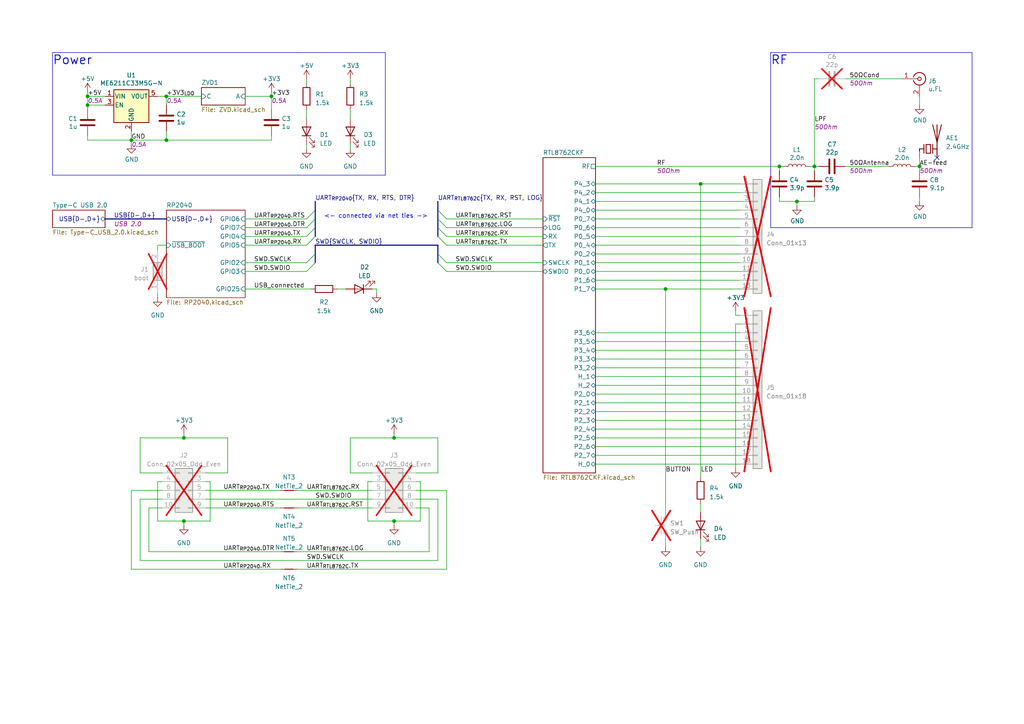
<source format=kicad_sch>
(kicad_sch (version 20230121) (generator eeschema)
  (paper "A4")
  (title_block (title "${title}") (rev "${revision}") (company "${company}") (comment 1 "author: ${author}") (comment 2 "pid: ${pid}"))
  (lib_symbols
    (symbol "Connector:Conn_Coaxial" (pin_names (offset 1.016) hide)
      (property "Reference" "J" (at 0.254 3.048 0))
      (property "Value" "Conn_Coaxial" (at 2.921 0 90))
      (symbol "Conn_Coaxial_0_1"
        (arc (start -1.778 -0.508) (mid 0.2311 -1.8066) (end 1.778 0) (stroke (width 0.254)))
        (polyline (pts (xy -2.54 0) (xy -0.508 0)))
        (polyline (pts (xy 0 -2.54) (xy 0 -1.778)))
        (circle (center 0 0) (radius 0.508) (stroke (width 0.2032)))
        (arc (start 1.778 0) (mid 0.2099 1.8101) (end -1.778 0.508) (stroke (width 0.254)))
      )
      (symbol "Conn_Coaxial_1_1"
        (pin passive line (at -5.08 0 0) (length 2.54) (name "In") (number "1"))
        (pin passive line (at 0 -5.08 90) (length 2.54) (name "Ext") (number "2"))
      )
    )
    (symbol "Connector_Generic:Conn_01x13" (pin_names (offset 1.016) hide)
      (property "Reference" "J" (at 0 17.78 0))
      (property "Value" "Conn_01x13" (at 0 -17.78 0))
      (symbol "Conn_01x13_1_1"
        (rectangle (start -1.27 -15.113) (end 0 -15.367) (stroke (width 0.1524)))
        (rectangle (start -1.27 -12.573) (end 0 -12.827) (stroke (width 0.1524)))
        (rectangle (start -1.27 -10.033) (end 0 -10.287) (stroke (width 0.1524)))
        (rectangle (start -1.27 -7.493) (end 0 -7.747) (stroke (width 0.1524)))
        (rectangle (start -1.27 -4.953) (end 0 -5.207) (stroke (width 0.1524)))
        (rectangle (start -1.27 -2.413) (end 0 -2.667) (stroke (width 0.1524)))
        (rectangle (start -1.27 0.127) (end 0 -0.127) (stroke (width 0.1524)))
        (rectangle (start -1.27 2.667) (end 0 2.413) (stroke (width 0.1524)))
        (rectangle (start -1.27 5.207) (end 0 4.953) (stroke (width 0.1524)))
        (rectangle (start -1.27 7.747) (end 0 7.493) (stroke (width 0.1524)))
        (rectangle (start -1.27 10.287) (end 0 10.033) (stroke (width 0.1524)))
        (rectangle (start -1.27 12.827) (end 0 12.573) (stroke (width 0.1524)))
        (rectangle (start -1.27 15.367) (end 0 15.113) (stroke (width 0.1524)))
        (rectangle (start -1.27 16.51) (end 1.27 -16.51) (stroke (width 0.254)) (fill (type background)))
        (pin passive line (at -5.08 15.24 0) (length 3.81) (name "Pin_1") (number "1"))
        (pin passive line (at -5.08 -7.62 0) (length 3.81) (name "Pin_10") (number "10"))
        (pin passive line (at -5.08 -10.16 0) (length 3.81) (name "Pin_11") (number "11"))
        (pin passive line (at -5.08 -12.7 0) (length 3.81) (name "Pin_12") (number "12"))
        (pin passive line (at -5.08 -15.24 0) (length 3.81) (name "Pin_13") (number "13"))
        (pin passive line (at -5.08 12.7 0) (length 3.81) (name "Pin_2") (number "2"))
        (pin passive line (at -5.08 10.16 0) (length 3.81) (name "Pin_3") (number "3"))
        (pin passive line (at -5.08 7.62 0) (length 3.81) (name "Pin_4") (number "4"))
        (pin passive line (at -5.08 5.08 0) (length 3.81) (name "Pin_5") (number "5"))
        (pin passive line (at -5.08 2.54 0) (length 3.81) (name "Pin_6") (number "6"))
        (pin passive line (at -5.08 0 0) (length 3.81) (name "Pin_7") (number "7"))
        (pin passive line (at -5.08 -2.54 0) (length 3.81) (name "Pin_8") (number "8"))
        (pin passive line (at -5.08 -5.08 0) (length 3.81) (name "Pin_9") (number "9"))
      )
    )
    (symbol "Connector_Generic:Conn_01x18" (pin_names (offset 1.016) hide)
      (property "Reference" "J" (at 0 22.86 0))
      (property "Value" "Conn_01x18" (at 0 -25.4 0))
      (symbol "Conn_01x18_1_1"
        (rectangle (start -1.27 -22.733) (end 0 -22.987) (stroke (width 0.1524)))
        (rectangle (start -1.27 -20.193) (end 0 -20.447) (stroke (width 0.1524)))
        (rectangle (start -1.27 -17.653) (end 0 -17.907) (stroke (width 0.1524)))
        (rectangle (start -1.27 -15.113) (end 0 -15.367) (stroke (width 0.1524)))
        (rectangle (start -1.27 -12.573) (end 0 -12.827) (stroke (width 0.1524)))
        (rectangle (start -1.27 -10.033) (end 0 -10.287) (stroke (width 0.1524)))
        (rectangle (start -1.27 -7.493) (end 0 -7.747) (stroke (width 0.1524)))
        (rectangle (start -1.27 -4.953) (end 0 -5.207) (stroke (width 0.1524)))
        (rectangle (start -1.27 -2.413) (end 0 -2.667) (stroke (width 0.1524)))
        (rectangle (start -1.27 0.127) (end 0 -0.127) (stroke (width 0.1524)))
        (rectangle (start -1.27 2.667) (end 0 2.413) (stroke (width 0.1524)))
        (rectangle (start -1.27 5.207) (end 0 4.953) (stroke (width 0.1524)))
        (rectangle (start -1.27 7.747) (end 0 7.493) (stroke (width 0.1524)))
        (rectangle (start -1.27 10.287) (end 0 10.033) (stroke (width 0.1524)))
        (rectangle (start -1.27 12.827) (end 0 12.573) (stroke (width 0.1524)))
        (rectangle (start -1.27 15.367) (end 0 15.113) (stroke (width 0.1524)))
        (rectangle (start -1.27 17.907) (end 0 17.653) (stroke (width 0.1524)))
        (rectangle (start -1.27 20.447) (end 0 20.193) (stroke (width 0.1524)))
        (rectangle (start -1.27 21.59) (end 1.27 -24.13) (stroke (width 0.254)) (fill (type background)))
        (pin passive line (at -5.08 20.32 0) (length 3.81) (name "Pin_1") (number "1"))
        (pin passive line (at -5.08 -2.54 0) (length 3.81) (name "Pin_10") (number "10"))
        (pin passive line (at -5.08 -5.08 0) (length 3.81) (name "Pin_11") (number "11"))
        (pin passive line (at -5.08 -7.62 0) (length 3.81) (name "Pin_12") (number "12"))
        (pin passive line (at -5.08 -10.16 0) (length 3.81) (name "Pin_13") (number "13"))
        (pin passive line (at -5.08 -12.7 0) (length 3.81) (name "Pin_14") (number "14"))
        (pin passive line (at -5.08 -15.24 0) (length 3.81) (name "Pin_15") (number "15"))
        (pin passive line (at -5.08 -17.78 0) (length 3.81) (name "Pin_16") (number "16"))
        (pin passive line (at -5.08 -20.32 0) (length 3.81) (name "Pin_17") (number "17"))
        (pin passive line (at -5.08 -22.86 0) (length 3.81) (name "Pin_18") (number "18"))
        (pin passive line (at -5.08 17.78 0) (length 3.81) (name "Pin_2") (number "2"))
        (pin passive line (at -5.08 15.24 0) (length 3.81) (name "Pin_3") (number "3"))
        (pin passive line (at -5.08 12.7 0) (length 3.81) (name "Pin_4") (number "4"))
        (pin passive line (at -5.08 10.16 0) (length 3.81) (name "Pin_5") (number "5"))
        (pin passive line (at -5.08 7.62 0) (length 3.81) (name "Pin_6") (number "6"))
        (pin passive line (at -5.08 5.08 0) (length 3.81) (name "Pin_7") (number "7"))
        (pin passive line (at -5.08 2.54 0) (length 3.81) (name "Pin_8") (number "8"))
        (pin passive line (at -5.08 0 0) (length 3.81) (name "Pin_9") (number "9"))
      )
    )
    (symbol "Connector_Generic:Conn_02x01" (pin_names (offset 1.016) hide)
      (property "Reference" "J" (at 1.27 2.54 0))
      (property "Value" "Conn_02x01" (at 1.27 -2.54 0))
      (symbol "Conn_02x01_1_1"
        (rectangle (start -1.27 0.127) (end 0 -0.127) (stroke (width 0.1524)))
        (rectangle (start -1.27 1.27) (end 3.81 -1.27) (stroke (width 0.254)) (fill (type background)))
        (rectangle (start 3.81 0.127) (end 2.54 -0.127) (stroke (width 0.1524)))
        (pin passive line (at -5.08 0 0) (length 3.81) (name "Pin_1") (number "1"))
        (pin passive line (at 7.62 0 180) (length 3.81) (name "Pin_2") (number "2"))
      )
    )
    (symbol "Connector_Generic:Conn_02x05_Odd_Even" (pin_names (offset 1.016) hide)
      (property "Reference" "J" (at 1.27 7.62 0))
      (property "Value" "Conn_02x05_Odd_Even" (at 1.27 -7.62 0))
      (symbol "Conn_02x05_Odd_Even_1_1"
        (rectangle (start -1.27 -4.953) (end 0 -5.207) (stroke (width 0.1524)))
        (rectangle (start -1.27 -2.413) (end 0 -2.667) (stroke (width 0.1524)))
        (rectangle (start -1.27 0.127) (end 0 -0.127) (stroke (width 0.1524)))
        (rectangle (start -1.27 2.667) (end 0 2.413) (stroke (width 0.1524)))
        (rectangle (start -1.27 5.207) (end 0 4.953) (stroke (width 0.1524)))
        (rectangle (start -1.27 6.35) (end 3.81 -6.35) (stroke (width 0.254)) (fill (type background)))
        (rectangle (start 3.81 -4.953) (end 2.54 -5.207) (stroke (width 0.1524)))
        (rectangle (start 3.81 -2.413) (end 2.54 -2.667) (stroke (width 0.1524)))
        (rectangle (start 3.81 0.127) (end 2.54 -0.127) (stroke (width 0.1524)))
        (rectangle (start 3.81 2.667) (end 2.54 2.413) (stroke (width 0.1524)))
        (rectangle (start 3.81 5.207) (end 2.54 4.953) (stroke (width 0.1524)))
        (pin passive line (at -5.08 5.08 0) (length 3.81) (name "Pin_1") (number "1"))
        (pin passive line (at 7.62 -5.08 180) (length 3.81) (name "Pin_10") (number "10"))
        (pin passive line (at 7.62 5.08 180) (length 3.81) (name "Pin_2") (number "2"))
        (pin passive line (at -5.08 2.54 0) (length 3.81) (name "Pin_3") (number "3"))
        (pin passive line (at 7.62 2.54 180) (length 3.81) (name "Pin_4") (number "4"))
        (pin passive line (at -5.08 0 0) (length 3.81) (name "Pin_5") (number "5"))
        (pin passive line (at 7.62 0 180) (length 3.81) (name "Pin_6") (number "6"))
        (pin passive line (at -5.08 -2.54 0) (length 3.81) (name "Pin_7") (number "7"))
        (pin passive line (at 7.62 -2.54 180) (length 3.81) (name "Pin_8") (number "8"))
        (pin passive line (at -5.08 -5.08 0) (length 3.81) (name "Pin_9") (number "9"))
      )
    )
    (symbol "Device:Antenna_Chip" (pin_numbers hide) (pin_names (offset 1.016) hide)
      (property "Reference" "AE" (at 0 5.08 0))
      (property "Value" "Antenna_Chip" (at 0 3.175 0))
      (symbol "Antenna_Chip_0_1"
        (polyline (pts (xy -2.54 0) (xy -2.54 -0.635)) (stroke (width 0.254)))
        (polyline (pts (xy -2.54 0) (xy -1.27 0)) (stroke (width 0.254)))
        (polyline (pts (xy 1.27 0) (xy 2.54 0)) (stroke (width 0.254)))
        (polyline (pts (xy 1.27 1.27) (xy 1.27 -1.27)) (stroke (width 0.254)))
        (polyline (pts (xy 2.54 -0.635) (xy 2.54 0)))
        (polyline (pts (xy 2.54 6.985) (xy 2.54 -1.905)) (stroke (width 0.254)))
        (polyline (pts (xy -1.27 1.27) (xy -1.27 -1.27) (xy -1.27 0)) (stroke (width 0.254)))
        (polyline (pts (xy 3.81 6.985) (xy 2.54 1.905) (xy 1.27 6.985)) (stroke (width 0.254)))
        (polyline (pts (xy -0.635 1.27) (xy 0.635 1.27) (xy 0.635 -1.27) (xy -0.635 -1.27) (xy -0.635 1.27)) (stroke (width 0.254)))
      )
      (symbol "Antenna_Chip_1_1"
        (pin input line (at -2.54 -2.54 90) (length 2.54) (name "FEED") (number "1"))
        (pin passive line (at 2.54 -2.54 90) (length 2.54) (name "PCB_Trace") (number "2"))
      )
    )
    (symbol "Device:C" (pin_numbers hide) (pin_names (offset 0.254))
      (property "Reference" "C" (at 0.635 2.54 0))
      (property "Value" "C" (at 0.635 -2.54 0))
      (symbol "C_0_1"
        (polyline (pts (xy -2.032 -0.762) (xy 2.032 -0.762)) (stroke (width 0.508)))
        (polyline (pts (xy -2.032 0.762) (xy 2.032 0.762)) (stroke (width 0.508)))
      )
      (symbol "C_1_1"
        (pin passive line (at 0 3.81 270) (length 2.794) (name "~") (number "1"))
        (pin passive line (at 0 -3.81 90) (length 2.794) (name "~") (number "2"))
      )
    )
    (symbol "Device:C_2" (pin_numbers hide) (pin_names (offset 0.254))
      (property "Reference" "C" (at 0.635 2.54 0))
      (property "Value" "C" (at 0.635 -2.54 0))
      (symbol "C_2_0_1"
        (polyline (pts (xy -2.032 -0.762) (xy 2.032 -0.762)) (stroke (width 0.508)))
        (polyline (pts (xy -2.032 0.762) (xy 2.032 0.762)) (stroke (width 0.508)))
      )
      (symbol "C_2_1_1"
        (pin passive line (at 0 3.81 270) (length 2.794) (name "~") (number "1"))
        (pin passive line (at 0 -3.81 90) (length 2.794) (name "~") (number "2"))
      )
    )
    (symbol "Device:C_4" (pin_numbers hide) (pin_names (offset 0.254))
      (property "Reference" "C" (at 0.635 2.54 0))
      (property "Value" "C" (at 0.635 -2.54 0))
      (symbol "C_4_0_1"
        (polyline (pts (xy -2.032 -0.762) (xy 2.032 -0.762)) (stroke (width 0.508)))
        (polyline (pts (xy -2.032 0.762) (xy 2.032 0.762)) (stroke (width 0.508)))
      )
      (symbol "C_4_1_1"
        (pin passive line (at 0 3.81 270) (length 2.794) (name "~") (number "1"))
        (pin passive line (at 0 -3.81 90) (length 2.794) (name "~") (number "2"))
      )
    )
    (symbol "Device:L" (pin_numbers hide) (pin_names (offset 1.016) hide)
      (property "Reference" "L" (at -1.27 0 90))
      (property "Value" "L" (at 1.905 0 90))
      (symbol "L_0_1"
        (arc (start 0 -2.54) (mid 0.6323 -1.905) (end 0 -1.27))
        (arc (start 0 -1.27) (mid 0.6323 -0.635) (end 0 0))
        (arc (start 0 0) (mid 0.6323 0.635) (end 0 1.27))
        (arc (start 0 1.27) (mid 0.6323 1.905) (end 0 2.54))
      )
      (symbol "L_1_1"
        (pin passive line (at 0 3.81 270) (length 1.27) (name "1") (number "1"))
        (pin passive line (at 0 -3.81 90) (length 1.27) (name "2") (number "2"))
      )
    )
    (symbol "Device:LED" (pin_numbers hide) (pin_names (offset 1.016) hide)
      (property "Reference" "D" (at 0 2.54 0))
      (property "Value" "LED" (at 0 -2.54 0))
      (symbol "LED_0_1"
        (polyline (pts (xy -1.27 -1.27) (xy -1.27 1.27)) (stroke (width 0.254)))
        (polyline (pts (xy -1.27 0) (xy 1.27 0)))
        (polyline (pts (xy 1.27 -1.27) (xy 1.27 1.27) (xy -1.27 0) (xy 1.27 -1.27)) (stroke (width 0.254)))
        (polyline (pts (xy -3.048 -0.762) (xy -4.572 -2.286) (xy -3.81 -2.286) (xy -4.572 -2.286) (xy -4.572 -1.524)))
        (polyline (pts (xy -1.778 -0.762) (xy -3.302 -2.286) (xy -2.54 -2.286) (xy -3.302 -2.286) (xy -3.302 -1.524)))
      )
      (symbol "LED_1_1"
        (pin passive line (at -3.81 0 0) (length 2.54) (name "K") (number "1"))
        (pin passive line (at 3.81 0 180) (length 2.54) (name "A") (number "2"))
      )
    )
    (symbol "Device:NetTie_2" (pin_numbers hide) (pin_names (offset 0) hide)
      (property "Reference" "NT" (at 0 1.27 0))
      (property "Value" "NetTie_2" (at 0 -1.27 0))
      (symbol "NetTie_2_0_1"
        (polyline (pts (xy -1.27 0) (xy 1.27 0)) (stroke (width 0.254)))
      )
      (symbol "NetTie_2_1_1"
        (pin passive line (at -2.54 0 0) (length 2.54) (name "1") (number "1"))
        (pin passive line (at 2.54 0 180) (length 2.54) (name "2") (number "2"))
      )
    )
    (symbol "Device:R" (pin_numbers hide) (pin_names (offset 0))
      (property "Reference" "R" (at 2.032 0 90))
      (property "Value" "R" (at 0 0 90))
      (symbol "R_0_1"
        (rectangle (start -1.016 -2.54) (end 1.016 2.54) (stroke (width 0.254)))
      )
      (symbol "R_1_1"
        (pin passive line (at 0 3.81 270) (length 1.27) (name "~") (number "1"))
        (pin passive line (at 0 -3.81 90) (length 1.27) (name "~") (number "2"))
      )
    )
    (symbol "GND_1" (power) (pin_names (offset 0))
      (property "Value" "GND_1" (at 0 -3.81 0))
      (symbol "GND_1_0_1"
        (polyline (pts (xy 0 0) (xy 0 -1.27) (xy 1.27 -1.27) (xy 0 -2.54) (xy -1.27 -1.27) (xy 0 -1.27)))
      )
      (symbol "GND_1_1_1"
        (pin power_in line (at 0 0 270) (length 0) hide (name "GND") (number "1"))
      )
    )
    (symbol "GND_2" (power) (pin_names (offset 0))
      (property "Value" "GND_2" (at 0 -3.81 0))
      (symbol "GND_2_0_1"
        (polyline (pts (xy 0 0) (xy 0 -1.27) (xy 1.27 -1.27) (xy 0 -2.54) (xy -1.27 -1.27) (xy 0 -1.27)))
      )
      (symbol "GND_2_1_1"
        (pin power_in line (at 0 0 270) (length 0) hide (name "GND") (number "1"))
      )
    )
    (symbol "Regulator_Linear:AP2112K-3.3" (pin_names (offset 0.254))
      (property "Reference" "U" (at -5.08 5.715 0))
      (property "Value" "AP2112K-3.3" (at 0 5.715 0))
      (symbol "AP2112K-3.3_0_1"
        (rectangle (start -5.08 4.445) (end 5.08 -5.08) (stroke (width 0.254)) (fill (type background)))
      )
      (symbol "AP2112K-3.3_1_1"
        (pin power_in line (at -7.62 2.54 0) (length 2.54) (name "VIN") (number "1"))
        (pin power_in line (at 0 -7.62 90) (length 2.54) (name "GND") (number "2"))
        (pin input line (at -7.62 0 0) (length 2.54) (name "EN") (number "3"))
        (pin no_connect line (at 7.62 0 180) (length 2.54) hide (name "NC") (number "4"))
        (pin power_out line (at 7.62 2.54 180) (length 2.54) (name "VOUT") (number "5"))
      )
    )
    (symbol "Switch:SW_Push" (pin_numbers hide) (pin_names (offset 1.016) hide)
      (property "Reference" "SW" (at 1.27 2.54 0))
      (property "Value" "SW_Push" (at 0 -1.524 0))
      (symbol "SW_Push_0_1"
        (circle (center -2.032 0) (radius 0.508))
        (polyline (pts (xy 0 1.27) (xy 0 3.048)))
        (polyline (pts (xy 2.54 1.27) (xy -2.54 1.27)))
        (circle (center 2.032 0) (radius 0.508))
        (pin passive line (at -5.08 0 0) (length 2.54) (name "1") (number "1"))
        (pin passive line (at 5.08 0 180) (length 2.54) (name "2") (number "2"))
      )
    )
    (symbol "power:+3V3" (power) (pin_names (offset 0))
      (property "Value" "+3V3" (at 0 3.556 0))
      (symbol "+3V3_0_1"
        (polyline (pts (xy -0.762 1.27) (xy 0 2.54)))
        (polyline (pts (xy 0 0) (xy 0 2.54)))
        (polyline (pts (xy 0 2.54) (xy 0.762 1.27)))
      )
      (symbol "+3V3_1_1"
        (pin power_in line (at 0 0 90) (length 0) hide (name "+3V3") (number "1"))
      )
    )
    (symbol "power:+5V" (power) (pin_names (offset 0))
      (property "Value" "+5V" (at 0 3.556 0))
      (symbol "+5V_0_1"
        (polyline (pts (xy -0.762 1.27) (xy 0 2.54)))
        (polyline (pts (xy 0 0) (xy 0 2.54)))
        (polyline (pts (xy 0 2.54) (xy 0.762 1.27)))
      )
      (symbol "+5V_1_1"
        (pin power_in line (at 0 0 90) (length 0) hide (name "+5V") (number "1"))
      )
    )
    (symbol "power:GND" (power) (pin_names (offset 0))
      (property "Value" "GND" (at 0 -3.81 0))
      (symbol "GND_0_1"
        (polyline (pts (xy 0 0) (xy 0 -1.27) (xy 1.27 -1.27) (xy 0 -2.54) (xy -1.27 -1.27) (xy 0 -1.27)))
      )
      (symbol "GND_1_1"
        (pin power_in line (at 0 0 270) (length 0) hide (name "GND") (number "1"))
      )
    )
  )
  (junction (at 226.06 48.26))
  (junction (at 236.22 48.26))
  (junction (at 25.4 30.48))
  (junction (at 53.34 151.13))
  (junction (at 193.04 83.82))
  (junction (at 78.74 27.94))
  (junction (at 114.3 151.13))
  (junction (at 203.2 53.34))
  (junction (at 48.26 27.94))
  (junction (at 53.34 127))
  (junction (at 38.1 40.64))
  (junction (at 25.4 27.94))
  (junction (at 231.14 58.42))
  (junction (at 114.3 127))
  (junction (at 48.26 40.64))
  (junction (at 266.7 48.26))
  (no_connect (at 271.78 45.72))
  (bus_entry (at 127 63.5) (size 2.54 2.54))
  (bus_entry (at 91.44 73.66) (size -2.54 2.54))
  (bus_entry (at 127 76.2) (size 2.54 2.54))
  (bus_entry (at 91.44 76.2) (size -2.54 2.54))
  (bus_entry (at 127 73.66) (size 2.54 2.54))
  (bus_entry (at 127 66.04) (size 2.54 2.54))
  (bus_entry (at 91.44 66.04) (size -2.54 2.54))
  (bus_entry (at 91.44 63.5) (size -2.54 2.54))
  (bus_entry (at 91.44 60.96) (size -2.54 2.54))
  (bus_entry (at 127 60.96) (size 2.54 2.54))
  (bus_entry (at 127 68.58) (size 2.54 2.54))
  (bus_entry (at 91.44 68.58) (size -2.54 2.54))
  (wire (pts (xy 213.36 91.44) (xy 214.63 91.44)))
  (wire (pts (xy 213.36 90.17) (xy 213.36 91.44)))
  (wire (pts (xy 172.72 124.46) (xy 214.63 124.46)))
  (wire (pts (xy 53.34 151.13) (xy 53.34 152.4)))
  (wire (pts (xy 266.7 49.53) (xy 266.7 48.26)))
  (wire (pts (xy 234.95 48.26) (xy 236.22 48.26)))
  (wire (pts (xy 172.72 83.82) (xy 193.04 83.82)))
  (wire (pts (xy 101.6 31.75) (xy 101.6 34.29)))
  (wire (pts (xy 172.72 109.22) (xy 214.63 109.22)))
  (wire (pts (xy 40.64 144.78) (xy 40.64 162.56)))
  (wire (pts (xy 71.12 66.04) (xy 88.9 66.04)))
  (wire (pts (xy 43.18 147.32) (xy 43.18 160.02)))
  (wire (pts (xy 172.72 121.92) (xy 214.63 121.92)))
  (wire (pts (xy 172.72 78.74) (xy 214.63 78.74)))
  (wire (pts (xy 266.7 48.26) (xy 265.43 48.26)))
  (wire (pts (xy 40.64 127) (xy 53.34 127)))
  (wire (pts (xy 71.12 71.12) (xy 88.9 71.12)))
  (wire (pts (xy 172.72 68.58) (xy 214.63 68.58)))
  (wire (pts (xy 43.18 160.02) (xy 81.28 160.02)))
  (wire (pts (xy 45.72 71.12) (xy 45.72 72.39)))
  (bus (pts (xy 127 58.42) (xy 127 60.96)))
  (bus (pts (xy 127 73.66) (xy 127 76.2)))
  (wire (pts (xy 266.7 45.72) (xy 266.7 48.26)))
  (wire (pts (xy 53.34 151.13) (xy 60.96 151.13)))
  (wire (pts (xy 127 144.78) (xy 120.65 144.78)))
  (polyline (pts (xy 15.24 50.8) (xy 86.36 50.8)))
  (wire (pts (xy 213.36 93.98) (xy 214.63 93.98)))
  (wire (pts (xy 172.72 66.04) (xy 214.63 66.04)))
  (polyline (pts (xy 281.94 15.24) (xy 223.52 15.24)))
  (wire (pts (xy 226.06 58.42) (xy 231.14 58.42)))
  (polyline (pts (xy 223.52 15.24) (xy 223.52 66.04)))
  (bus (pts (xy 91.44 60.96) (xy 91.44 63.5)))
  (wire (pts (xy 114.3 151.13) (xy 121.92 151.13)))
  (wire (pts (xy 25.4 30.48) (xy 30.48 30.48)))
  (wire (pts (xy 193.04 157.48) (xy 193.04 158.75)))
  (wire (pts (xy 172.72 101.6) (xy 214.63 101.6)))
  (wire (pts (xy 101.6 127) (xy 101.6 137.16)))
  (wire (pts (xy 172.72 99.06) (xy 214.63 99.06)))
  (wire (pts (xy 46.99 147.32) (xy 43.18 147.32)))
  (wire (pts (xy 193.04 83.82) (xy 214.63 83.82)))
  (bus (pts (xy 127 66.04) (xy 127 68.58)))
  (wire (pts (xy 101.6 41.91) (xy 101.6 43.18)))
  (wire (pts (xy 172.72 111.76) (xy 214.63 111.76)))
  (wire (pts (xy 60.96 151.13) (xy 60.96 139.7)))
  (bus (pts (xy 91.44 58.42) (xy 91.44 60.96)))
  (wire (pts (xy 38.1 165.1) (xy 81.28 165.1)))
  (wire (pts (xy 172.72 106.68) (xy 214.63 106.68)))
  (wire (pts (xy 121.92 151.13) (xy 121.92 139.7)))
  (wire (pts (xy 236.22 48.26) (xy 236.22 22.86)))
  (wire (pts (xy 46.99 144.78) (xy 40.64 144.78)))
  (wire (pts (xy 203.2 156.21) (xy 203.2 158.75)))
  (wire (pts (xy 172.72 116.84) (xy 214.63 116.84)))
  (wire (pts (xy 114.3 151.13) (xy 106.68 151.13)))
  (wire (pts (xy 124.46 147.32) (xy 120.65 147.32)))
  (wire (pts (xy 172.72 134.62) (xy 214.63 134.62)))
  (bus (pts (xy 91.44 73.66) (xy 91.44 76.2)))
  (wire (pts (xy 127 137.16) (xy 127 127)))
  (wire (pts (xy 86.36 147.32) (xy 107.95 147.32)))
  (wire (pts (xy 78.74 27.94) (xy 78.74 31.75)))
  (wire (pts (xy 124.46 160.02) (xy 124.46 147.32)))
  (wire (pts (xy 129.54 78.74) (xy 157.48 78.74)))
  (wire (pts (xy 48.26 38.1) (xy 48.26 40.64)))
  (wire (pts (xy 71.12 68.58) (xy 88.9 68.58)))
  (wire (pts (xy 88.9 31.75) (xy 88.9 34.29)))
  (bus (pts (xy 127 63.5) (xy 127 66.04)))
  (wire (pts (xy 172.72 129.54) (xy 214.63 129.54)))
  (wire (pts (xy 46.99 137.16) (xy 40.64 137.16)))
  (polyline (pts (xy 86.36 50.8) (xy 111.76 50.8)))
  (wire (pts (xy 71.12 63.5) (xy 88.9 63.5)))
  (wire (pts (xy 231.14 58.42) (xy 231.14 59.69)))
  (wire (pts (xy 86.36 160.02) (xy 124.46 160.02)))
  (bus (pts (xy 91.44 71.12) (xy 91.44 73.66)))
  (wire (pts (xy 38.1 38.1) (xy 38.1 40.64)))
  (wire (pts (xy 203.2 146.05) (xy 203.2 148.59)))
  (wire (pts (xy 106.68 151.13) (xy 106.68 139.7)))
  (wire (pts (xy 129.54 66.04) (xy 157.48 66.04)))
  (wire (pts (xy 48.26 27.94) (xy 58.42 27.94)))
  (wire (pts (xy 71.12 27.94) (xy 78.74 27.94)))
  (wire (pts (xy 53.34 151.13) (xy 45.72 151.13)))
  (wire (pts (xy 193.04 83.82) (xy 193.04 147.32)))
  (wire (pts (xy 114.3 127) (xy 114.3 125.73)))
  (wire (pts (xy 120.65 137.16) (xy 127 137.16)))
  (wire (pts (xy 78.74 26.67) (xy 78.74 27.94)))
  (wire (pts (xy 48.26 27.94) (xy 48.26 30.48)))
  (wire (pts (xy 78.74 40.64) (xy 78.74 39.37)))
  (wire (pts (xy 88.9 22.86) (xy 88.9 24.13)))
  (wire (pts (xy 121.92 139.7) (xy 120.65 139.7)))
  (wire (pts (xy 245.11 48.26) (xy 257.81 48.26)))
  (polyline (pts (xy 223.52 66.04) (xy 281.94 66.04)))
  (wire (pts (xy 172.72 63.5) (xy 214.63 63.5)))
  (wire (pts (xy 45.72 27.94) (xy 48.26 27.94)))
  (polyline (pts (xy 15.24 15.24) (xy 15.24 50.8)))
  (wire (pts (xy 172.72 48.26) (xy 226.06 48.26)))
  (wire (pts (xy 236.22 48.26) (xy 236.22 49.53)))
  (wire (pts (xy 59.69 147.32) (xy 81.28 147.32)))
  (wire (pts (xy 226.06 49.53) (xy 226.06 48.26)))
  (wire (pts (xy 38.1 142.24) (xy 46.99 142.24)))
  (wire (pts (xy 226.06 48.26) (xy 227.33 48.26)))
  (wire (pts (xy 114.3 127) (xy 101.6 127)))
  (wire (pts (xy 38.1 165.1) (xy 38.1 142.24)))
  (wire (pts (xy 25.4 27.94) (xy 30.48 27.94)))
  (wire (pts (xy 38.1 40.64) (xy 38.1 41.91)))
  (bus (pts (xy 30.48 63.5) (xy 48.26 63.5)))
  (polyline (pts (xy 15.24 15.24) (xy 86.36 15.24)))
  (wire (pts (xy 129.54 63.5) (xy 157.48 63.5)))
  (wire (pts (xy 38.1 40.64) (xy 48.26 40.64)))
  (wire (pts (xy 245.11 22.86) (xy 261.62 22.86)))
  (wire (pts (xy 109.22 85.09) (xy 109.22 83.82)))
  (wire (pts (xy 213.36 93.98) (xy 213.36 135.89)))
  (wire (pts (xy 48.26 40.64) (xy 78.74 40.64)))
  (bus (pts (xy 127 60.96) (xy 127 63.5)))
  (wire (pts (xy 66.04 127) (xy 66.04 137.16)))
  (wire (pts (xy 25.4 40.64) (xy 38.1 40.64)))
  (bus (pts (xy 91.44 63.5) (xy 91.44 66.04)))
  (polyline (pts (xy 86.36 15.24) (xy 111.76 15.24)))
  (wire (pts (xy 129.54 68.58) (xy 157.48 68.58)))
  (wire (pts (xy 172.72 60.96) (xy 214.63 60.96)))
  (wire (pts (xy 45.72 71.12) (xy 48.26 71.12)))
  (wire (pts (xy 172.72 55.88) (xy 214.63 55.88)))
  (wire (pts (xy 45.72 151.13) (xy 45.72 139.7)))
  (wire (pts (xy 107.95 83.82) (xy 109.22 83.82)))
  (wire (pts (xy 172.72 71.12) (xy 214.63 71.12)))
  (bus (pts (xy 127 71.12) (xy 127 73.66)))
  (wire (pts (xy 236.22 58.42) (xy 236.22 57.15)))
  (wire (pts (xy 45.72 85.09) (xy 45.72 86.36)))
  (wire (pts (xy 203.2 53.34) (xy 203.2 138.43)))
  (wire (pts (xy 25.4 39.37) (xy 25.4 40.64)))
  (wire (pts (xy 129.54 142.24) (xy 129.54 165.1)))
  (wire (pts (xy 172.72 132.08) (xy 214.63 132.08)))
  (wire (pts (xy 59.69 142.24) (xy 81.28 142.24)))
  (wire (pts (xy 59.69 144.78) (xy 107.95 144.78)))
  (wire (pts (xy 88.9 41.91) (xy 88.9 43.18)))
  (wire (pts (xy 266.7 30.48) (xy 266.7 27.94)))
  (wire (pts (xy 53.34 127) (xy 53.34 125.73)))
  (wire (pts (xy 71.12 83.82) (xy 90.17 83.82)))
  (wire (pts (xy 172.72 81.28) (xy 214.63 81.28)))
  (wire (pts (xy 266.7 58.42) (xy 266.7 57.15)))
  (wire (pts (xy 172.72 76.2) (xy 214.63 76.2)))
  (wire (pts (xy 114.3 151.13) (xy 114.3 152.4)))
  (wire (pts (xy 172.72 53.34) (xy 203.2 53.34)))
  (wire (pts (xy 129.54 71.12) (xy 157.48 71.12)))
  (wire (pts (xy 106.68 139.7) (xy 107.95 139.7)))
  (wire (pts (xy 45.72 139.7) (xy 46.99 139.7)))
  (wire (pts (xy 97.79 83.82) (xy 100.33 83.82)))
  (wire (pts (xy 86.36 142.24) (xy 107.95 142.24)))
  (wire (pts (xy 172.72 104.14) (xy 214.63 104.14)))
  (wire (pts (xy 101.6 137.16) (xy 107.95 137.16)))
  (wire (pts (xy 172.72 96.52) (xy 214.63 96.52)))
  (wire (pts (xy 66.04 137.16) (xy 59.69 137.16)))
  (wire (pts (xy 172.72 114.3) (xy 214.63 114.3)))
  (wire (pts (xy 236.22 22.86) (xy 237.49 22.86)))
  (wire (pts (xy 53.34 127) (xy 66.04 127)))
  (wire (pts (xy 203.2 53.34) (xy 214.63 53.34)))
  (wire (pts (xy 25.4 26.67) (xy 25.4 27.94)))
  (wire (pts (xy 236.22 48.26) (xy 237.49 48.26)))
  (wire (pts (xy 25.4 30.48) (xy 25.4 31.75)))
  (wire (pts (xy 60.96 139.7) (xy 59.69 139.7)))
  (wire (pts (xy 120.65 142.24) (xy 129.54 142.24)))
  (polyline (pts (xy 111.76 50.8) (xy 111.76 15.24)))
  (wire (pts (xy 40.64 162.56) (xy 127 162.56)))
  (wire (pts (xy 172.72 119.38) (xy 214.63 119.38)))
  (polyline (pts (xy 281.94 15.24) (xy 281.94 66.04)))
  (wire (pts (xy 231.14 58.42) (xy 236.22 58.42)))
  (wire (pts (xy 25.4 27.94) (xy 25.4 30.48)))
  (wire (pts (xy 129.54 76.2) (xy 157.48 76.2)))
  (wire (pts (xy 40.64 137.16) (xy 40.64 127)))
  (bus (pts (xy 91.44 71.12) (xy 127 71.12)))
  (wire (pts (xy 172.72 73.66) (xy 214.63 73.66)))
  (wire (pts (xy 172.72 58.42) (xy 214.63 58.42)))
  (wire (pts (xy 226.06 57.15) (xy 226.06 58.42)))
  (wire (pts (xy 172.72 127) (xy 214.63 127)))
  (wire (pts (xy 86.36 165.1) (xy 129.54 165.1)))
  (wire (pts (xy 71.12 76.2) (xy 88.9 76.2)))
  (bus (pts (xy 91.44 66.04) (xy 91.44 68.58)))
  (wire (pts (xy 127 127) (xy 114.3 127)))
  (wire (pts (xy 101.6 22.86) (xy 101.6 24.13)))
  (wire (pts (xy 127 162.56) (xy 127 144.78)))
  (wire (pts (xy 71.12 78.74) (xy 88.9 78.74)))
  (text "RF" (at 223.52 19.05 0) (effects (font (size 2.54 2.54) (thickness 0.254) bold) (justify left bottom)))
  (text "<- connected via net ties ->" (at 93.98 63.5 0) (effects (font (size 1.27 1.27)) (justify left bottom)))
  (text "Power" (at 15.24 19.05 0) (effects (font (size 2.54 2.54) (thickness 0.254) bold) (justify left bottom)))
  (label "UART_{RTL8762C}.TX" (at 88.9 165.1 0))
  (label "RF" (at 190.5 48.26 0) (property "Netclass" "50Ohm" (at 190.5 49.53 0) (effects (font italic) (justify left))))
  (label "UART_{RP2040}.TX" (at 64.77 142.24 0))
  (label "UART_{RP2040}.TX" (at 73.66 68.58 0))
  (label "UART_{RP2040}.RX" (at 64.77 165.1 0))
  (label "50ΩCond" (at 246.38 22.86 0) (property "Netclass" "50Ohm" (at 246.38 24.13 0) (effects (font italic) (justify left))))
  (label "SWD.SWCLK" (at 132.08 76.2 0))
  (label "+5V" (at 25.4 27.94 0) (property "Netclass" "0.5A" (at 25.4 29.21 0) (effects (font italic) (justify left))))
  (label "UART_{RTL8762C}.LOG" (at 88.9 160.02 0))
  (label "UART_{RP2040}.RTS" (at 73.66 63.5 0))
  (label "UART_{RTL8762C}.TX" (at 132.08 71.12 0))
  (label "SWD.SWDIO" (at 73.66 78.74 0))
  (label "50ΩAntenna" (at 246.38 48.26 0) (property "Netclass" "50Ohm" (at 246.38 49.53 0) (effects (font italic) (justify left))))
  (label "UART_{RTL8762C}.RX" (at 88.9 142.24 0))
  (label "UART_{RP2040}{TX, RX, RTS, DTR}" (at 91.44 58.42 0))
  (label "UART_{RTL8762C}.LOG" (at 132.08 66.04 0))
  (label "USB{D-,D+}" (at 33.02 63.5 0) (property "Netclass" "USB 2.0" (at 33.0329 64.9505 0) (effects (font italic) (justify left))))
  (label "UART_{RTL8762C}.RST" (at 88.9 147.32 0))
  (label "UART_{RP2040}.DTR" (at 73.66 66.04 0))
  (label "SWD.SWCLK" (at 88.9 162.56 0))
  (label "SWD.SWDIO" (at 91.44 144.78 0))
  (label "GND" (at 38.1 40.64 0) (property "Netclass" "0.5A" (at 38.1 41.91 0) (effects (font italic) (justify left))))
  (label "USB_connected" (at 73.66 83.82 0))
  (label "UART_{RP2040}.RX" (at 73.66 71.12 0))
  (label "UART_{RP2040}.RTS" (at 64.77 147.32 0))
  (label "SWD.SWCLK" (at 73.66 76.2 0))
  (label "UART_{RTL8762C}{TX, RX, RST, LOG}" (at 127 58.42 0))
  (label "BUTTON" (at 193.04 137.16 0))
  (label "+3V3" (at 78.74 27.94 0) (property "Netclass" "0.5A" (at 78.74 29.21 0) (effects (font italic) (justify left))))
  (label "+3V3_{LDO}" (at 48.26 27.94 0) (property "Netclass" "0.5A" (at 48.26 29.21 0) (effects (font italic) (justify left))))
  (label "AE-feed" (at 266.7 48.26 0) (property "Netclass" "50Ohm" (at 266.7 49.53 0) (effects (font italic) (justify left))))
  (label "LPF" (at 236.22 35.56 0) (property "Netclass" "50Ohm" (at 236.22 36.83 0) (effects (font italic) (justify left))))
  (label "LED" (at 203.2 137.16 0))
  (label "SWD{SWCLK, SWDIO}" (at 91.44 71.12 0))
  (label "UART_{RP2040}.DTR" (at 64.77 160.02 0))
  (label "UART_{RTL8762C}.RST" (at 132.08 63.5 0))
  (label "UART_{RTL8762C}.RX" (at 132.08 68.58 0))
  (label "SWD.SWDIO" (at 132.08 78.74 0))
  (symbol (lib_name "GND_1") (lib_id "power:GND") (at 213.36 135.89 0) (mirror y) (unit 1)
    (property "Reference" "#PWR017" (effects hide))
    (property "Value" "GND" (at 213.36 140.97 0))
  )
  (symbol (lib_id "Connector_Generic:Conn_02x05_Odd_Even") (at 113.03 142.24 0) (unit 1) (dnp yes)
    (property "Reference" "J3" (at 114.3 132.08 0))
    (property "Value" "Conn_02x05_Odd_Even" (at 114.3 134.62 0))
    (property "Footprint" "Connector_PinSocket_2.54mm:PinSocket_2x05_P2.54mm_Vertical" (effects hide))
  )
  (symbol (lib_id "Device:LED") (at 203.2 152.4 90) (unit 1)
    (property "Reference" "D4" (at 207.01 153.3525 90) (effects (justify right)))
    (property "Value" "LED" (at 207.01 155.8925 90) (effects (justify right)))
    (property "Footprint" "LED_SMD:LED_0603_1608Metric" (effects hide))
    (property "LCSC" "C72038" (effects hide))
    (property "MPN" "19-213/Y2C-CQ2R2L/3T(CY)" (effects hide))
  )
  (symbol (lib_id "Device:LED") (at 104.14 83.82 180) (unit 1)
    (property "Reference" "D2" (at 105.7275 77.47 0))
    (property "Value" "LED" (at 105.7275 80.01 0))
    (property "Footprint" "LED_SMD:LED_0603_1608Metric" (effects hide))
    (property "LCSC" "C72038" (effects hide))
    (property "MPN" "19-213/Y2C-CQ2R2L/3T(CY)" (effects hide))
  )
  (symbol (lib_name "GND_1") (lib_id "power:GND") (at 88.9 43.18 0) (mirror y) (unit 1)
    (property "Reference" "#PWR06" (effects hide))
    (property "Value" "GND" (at 88.9 48.26 0))
  )
  (symbol (lib_id "Device:C") (at 241.3 22.86 270) (unit 1) (in_bom no) (dnp yes)
    (property "Reference" "C6" (at 241.3 16.4592 90))
    (property "Value" "22p" (at 241.3 18.7706 90))
    (property "Footprint" "Capacitor_SMD:C_0402_1005Metric" (effects hide))
    (property "LCSC" "C1555" (effects hide))
    (property "MPN" "0402CG220J500NT" (effects hide))
  )
  (symbol (lib_id "power:+5V") (at 25.4 26.67 0) (unit 1)
    (property "Reference" "#PWR01" (effects hide))
    (property "Value" "+5V" (at 25.4 22.86 0))
  )
  (symbol (lib_id "power:+3V3") (at 114.3 125.73 0) (mirror y) (unit 1)
    (property "Reference" "#PWR012" (effects hide))
    (property "Value" "+3V3" (at 114.3 121.92 0))
  )
  (symbol (lib_id "Connector_Generic:Conn_01x18") (at 219.71 111.76 0) (unit 1) (dnp yes)
    (property "Reference" "J5" (at 222.25 112.395 0) (effects (justify left)))
    (property "Value" "Conn_01x18" (at 222.25 114.935 0) (effects (justify left)))
    (property "Footprint" "Connector_PinHeader_2.54mm:PinHeader_1x18_P2.54mm_Vertical" (effects hide))
  )
  (symbol (lib_name "GND_2") (lib_id "power:GND") (at 45.72 86.36 0) (unit 1)
    (property "Reference" "#PWR03" (effects hide))
    (property "Value" "GND" (at 45.72 91.44 0))
  )
  (symbol (lib_id "Device:R") (at 101.6 27.94 180) (unit 1)
    (property "Reference" "R3" (at 104.14 27.305 0) (effects (justify right)))
    (property "Value" "1.5k" (at 104.14 29.845 0) (effects (justify right)))
    (property "Footprint" "Resistor_SMD:R_0402_1005Metric" (effects hide))
    (property "MPN" "0402WGF1501TCE" (effects hide))
    (property "LCSC" "C25867" (effects hide))
  )
  (symbol (lib_id "Connector_Generic:Conn_01x13") (at 219.71 68.58 0) (unit 1) (dnp yes)
    (property "Reference" "J4" (at 222.25 67.945 0) (effects (justify left)))
    (property "Value" "Conn_01x13" (at 222.25 70.485 0) (effects (justify left)))
    (property "Footprint" "Connector_PinHeader_2.54mm:PinHeader_1x13_P2.54mm_Vertical" (effects hide))
  )
  (symbol (lib_id "Regulator_Linear:AP2112K-3.3") (at 38.1 30.48 0) (unit 1)
    (property "Reference" "U1" (at 38.1 21.8248 0))
    (property "Value" "ME6211C33M5G-N" (at 38.1 24.1235 0))
    (property "Footprint" "Package_TO_SOT_SMD:SOT-23-5" (effects hide))
    (property "Datasheet" "https://datasheet.lcsc.com/lcsc/1811131510_MICRONE-Nanjing-Micro-One-Elec-ME6211C33M5G-N_C82942.pdf" (effects hide))
    (property "MPN" "ME6211C33M5G-N" (effects hide))
    (property "LCSC" "C82942" (effects hide))
  )
  (symbol (lib_id "Device:LED") (at 101.6 38.1 90) (unit 1)
    (property "Reference" "D3" (at 105.41 39.0525 90) (effects (justify right)))
    (property "Value" "LED" (at 105.41 41.5925 90) (effects (justify right)))
    (property "Footprint" "LED_SMD:LED_0603_1608Metric" (effects hide))
    (property "LCSC" "C72038" (effects hide))
    (property "MPN" "19-213/Y2C-CQ2R2L/3T(CY)" (effects hide))
  )
  (symbol (lib_id "Device:LED") (at 88.9 38.1 90) (unit 1)
    (property "Reference" "D1" (at 92.71 39.0525 90) (effects (justify right)))
    (property "Value" "LED" (at 92.71 41.5925 90) (effects (justify right)))
    (property "Footprint" "LED_SMD:LED_0603_1608Metric" (effects hide))
    (property "LCSC" "C72038" (effects hide))
    (property "MPN" "19-213/Y2C-CQ2R2L/3T(CY)" (effects hide))
  )
  (symbol (lib_id "Connector_Generic:Conn_02x01") (at 45.72 80.01 90) (unit 1) (dnp yes)
    (property "Reference" "J1" (at 43.18 78.105 90) (effects (justify left)))
    (property "Value" "boot" (at 43.18 80.645 90) (effects (justify left)))
    (property "Footprint" "Connector_PinHeader_1.27mm:PinHeader_1x02_P1.27mm_Vertical" (effects hide))
  )
  (symbol (lib_id "power:+5V") (at 88.9 22.86 0) (unit 1)
    (property "Reference" "#PWR05" (effects hide))
    (property "Value" "+5V" (at 88.9 19.05 0))
  )
  (symbol (lib_id "power:+3V3") (at 53.34 125.73 0) (unit 1)
    (property "Reference" "#PWR07" (effects hide))
    (property "Value" "+3V3" (at 53.34 121.92 0))
  )
  (symbol (lib_id "Device:R") (at 203.2 142.24 180) (unit 1)
    (property "Reference" "R4" (at 205.74 141.605 0) (effects (justify right)))
    (property "Value" "1.5k" (at 205.74 144.145 0) (effects (justify right)))
    (property "Footprint" "Resistor_SMD:R_0402_1005Metric" (effects hide))
    (property "MPN" "0402WGF1501TCE" (effects hide))
    (property "LCSC" "C25867" (effects hide))
  )
  (symbol (lib_id "power:GND") (at 266.7 58.42 0) (unit 1)
    (property "Reference" "#PWR020" (effects hide))
    (property "Value" "GND" (at 266.827 62.8142 0))
  )
  (symbol (lib_id "Device:NetTie_2") (at 83.82 142.24 0) (unit 1)
    (property "Reference" "NT3" (at 83.82 138.43 0))
    (property "Value" "NetTie_2" (at 83.82 140.97 0))
    (property "Footprint" "NetTie_Project:NetTie-2_SMD_Pad0.127mm" (effects hide))
  )
  (symbol (lib_id "power:+3V3") (at 213.36 90.17 0) (unit 1)
    (property "Reference" "#PWR016" (effects hide))
    (property "Value" "+3V3" (at 213.36 86.36 0))
  )
  (symbol (lib_name "Device:C_2") (lib_id "Device:C") (at 78.74 35.56 0) (unit 1)
    (property "Reference" "C3" (at 81.6611 34.4106 0) (effects (justify left)))
    (property "Value" "1u" (at 81.6611 36.7093 0) (effects (justify left)))
    (property "Footprint" "Capacitor_SMD:C_0402_1005Metric" (effects hide))
    (property "MPN" "CL05A105KA5NQNC" (effects hide))
    (property "LCSC" "C52923" (effects hide))
  )
  (symbol (lib_name "GND_1") (lib_id "power:GND") (at 193.04 158.75 0) (mirror y) (unit 1)
    (property "Reference" "#PWR014" (effects hide))
    (property "Value" "GND" (at 193.04 163.83 0))
  )
  (symbol (lib_id "Connector_Generic:Conn_02x05_Odd_Even") (at 54.61 142.24 0) (mirror y) (unit 1) (dnp yes)
    (property "Reference" "J2" (at 53.34 132.08 0))
    (property "Value" "Conn_02x05_Odd_Even" (at 53.34 134.62 0))
    (property "Footprint" "Connector_PinHeader_2.54mm:PinHeader_2x05_P2.54mm_Vertical" (effects hide))
  )
  (symbol (lib_id "Device:C") (at 226.06 53.34 0) (unit 1)
    (property "Reference" "C4" (at 228.981 52.1716 0) (effects (justify left)))
    (property "Value" "3.9p" (at 228.981 54.483 0) (effects (justify left)))
    (property "Footprint" "Capacitor_SMD:C_0402_1005Metric" (effects hide))
    (property "LCSC" "C696882" (effects hide))
  )
  (symbol (lib_id "Device:R") (at 88.9 27.94 180) (unit 1)
    (property "Reference" "R1" (at 91.44 27.305 0) (effects (justify right)))
    (property "Value" "1.5k" (at 91.44 29.845 0) (effects (justify right)))
    (property "Footprint" "Resistor_SMD:R_0402_1005Metric" (effects hide))
    (property "MPN" "0402WGF1501TCE" (effects hide))
    (property "LCSC" "C25867" (effects hide))
  )
  (symbol (lib_id "Device:Antenna_Chip") (at 269.24 43.18 0) (unit 1)
    (property "Reference" "AE1" (at 274.32 40.005 0) (effects (justify left)))
    (property "Value" "2.4GHz" (at 274.32 42.545 0) (effects (justify left)))
    (property "Footprint" "RF_Antenna:Johanson_2450AT18x100" (effects hide))
    (property "Datasheet" "https://datasheet.lcsc.com/lcsc/2002271925_microgate-MGMA3216H2450-A02_C486319.pdf" (effects hide))
    (property "LCSC" "C486319" (effects hide))
    (property "MPN" "MGMA3216H2450-A02" (effects hide))
  )
  (symbol (lib_id "power:GND") (at 38.1 41.91 0) (unit 1)
    (property "Reference" "#PWR02" (effects hide))
    (property "Value" "~" (at 38.2143 46.2344 0))
  )
  (symbol (lib_id "Device:NetTie_2") (at 83.82 147.32 0) (unit 1)
    (property "Reference" "NT4" (at 83.82 149.86 0))
    (property "Value" "NetTie_2" (at 83.82 152.4 0))
    (property "Footprint" "NetTie_Project:NetTie-2_SMD_Pad0.127mm" (effects hide))
  )
  (symbol (lib_name "Device:C_4") (lib_id "Device:C") (at 25.4 35.56 0) (unit 1)
    (property "Reference" "C1" (at 22.4789 34.4106 0) (effects (justify right)))
    (property "Value" "1u" (at 22.4789 36.7093 0) (effects (justify right)))
    (property "Footprint" "Capacitor_SMD:C_0402_1005Metric" (effects hide))
    (property "MPN" "CL05A105KA5NQNC" (effects hide))
    (property "LCSC" "C52923" (effects hide))
  )
  (symbol (lib_name "GND_1") (lib_id "power:GND") (at 101.6 43.18 0) (mirror y) (unit 1)
    (property "Reference" "#PWR011" (effects hide))
    (property "Value" "GND" (at 101.6 48.26 0))
  )
  (symbol (lib_id "Device:L") (at 231.14 48.26 90) (unit 1)
    (property "Reference" "L1" (at 231.14 43.434 90))
    (property "Value" "2.0n" (at 231.14 45.7454 90))
    (property "Footprint" "Inductor_SMD:L_0402_1005Metric" (effects hide))
    (property "Datasheet" "https://datasheet.lcsc.com/lcsc/2110081230_Sunlord-SDCL1005C2N0STDF_C43365.pdf" (effects hide))
    (property "LCSC" "C43365" (effects hide))
    (property "MPN" "SDCL1005C2N0STDF" (effects hide))
  )
  (symbol (lib_id "Device:C") (at 266.7 53.34 0) (unit 1)
    (property "Reference" "C8" (at 269.621 52.1716 0) (effects (justify left)))
    (property "Value" "9.1p" (at 269.621 54.483 0) (effects (justify left)))
    (property "Footprint" "Capacitor_SMD:C_0402_1005Metric" (effects hide))
    (property "LCSC" "C64366" (effects hide))
  )
  (symbol (lib_name "Device:C_2") (lib_id "Device:C") (at 48.26 34.29 0) (unit 1)
    (property "Reference" "C2" (at 51.1811 33.1406 0) (effects (justify left)))
    (property "Value" "1u" (at 51.1811 35.4393 0) (effects (justify left)))
    (property "Footprint" "Capacitor_SMD:C_0402_1005Metric" (effects hide))
    (property "MPN" "CL05A105KA5NQNC" (effects hide))
    (property "LCSC" "C52923" (effects hide))
  )
  (symbol (lib_name "GND_1") (lib_id "power:GND") (at 203.2 158.75 0) (mirror y) (unit 1)
    (property "Reference" "#PWR015" (effects hide))
    (property "Value" "GND" (at 203.2 163.83 0))
  )
  (symbol (lib_name "GND_1") (lib_id "power:GND") (at 109.22 85.09 0) (mirror y) (unit 1)
    (property "Reference" "#PWR09" (effects hide))
    (property "Value" "GND" (at 109.22 90.17 0))
  )
  (symbol (lib_id "power:+3V3") (at 101.6 22.86 0) (unit 1)
    (property "Reference" "#PWR010" (effects hide))
    (property "Value" "+3V3" (at 101.6 19.05 0))
  )
  (symbol (lib_name "GND_1") (lib_id "power:GND") (at 53.34 152.4 0) (unit 1)
    (property "Reference" "#PWR08" (effects hide))
    (property "Value" "GND" (at 53.34 157.48 0))
  )
  (symbol (lib_id "Device:NetTie_2") (at 83.82 165.1 0) (unit 1)
    (property "Reference" "NT6" (at 83.82 167.64 0))
    (property "Value" "NetTie_2" (at 83.82 170.18 0))
    (property "Footprint" "NetTie_Project:NetTie-2_SMD_Pad0.127mm" (effects hide))
  )
  (symbol (lib_id "Device:NetTie_2") (at 83.82 160.02 0) (unit 1)
    (property "Reference" "NT5" (at 83.82 156.21 0))
    (property "Value" "NetTie_2" (at 83.82 158.75 0))
    (property "Footprint" "NetTie_Project:NetTie-2_SMD_Pad0.127mm" (effects hide))
  )
  (symbol (lib_id "Connector:Conn_Coaxial") (at 266.7 22.86 0) (unit 1)
    (property "Reference" "J6" (at 269.24 23.495 0) (effects (justify left)))
    (property "Value" "u.FL" (at 269.24 25.8064 0) (effects (justify left)))
    (property "Footprint" "Connector_Coaxial:U.FL_Hirose_U.FL-R-SMT-1_Vertical" (effects hide))
    (property "Datasheet" "https://datasheet.lcsc.com/lcsc/2208151830_BAT-WIRELESS-BWU-FL-IPEX1_C5137195.pdf" (effects hide))
    (property "LCSC" "C5137195" (effects hide))
    (property "MPN" "BWU.FL-IPEX1" (effects hide))
  )
  (symbol (lib_id "Device:C") (at 241.3 48.26 270) (unit 1)
    (property "Reference" "C7" (at 241.3 41.8592 90))
    (property "Value" "22p" (at 241.3 44.1706 90))
    (property "Footprint" "Capacitor_SMD:C_0402_1005Metric" (effects hide))
    (property "LCSC" "C1555" (effects hide))
    (property "MPN" "0402CG220J500NT" (effects hide))
  )
  (symbol (lib_id "Switch:SW_Push") (at 193.04 152.4 90) (unit 1) (dnp yes)
    (property "Reference" "SW1" (at 194.31 151.765 90) (effects (justify right)))
    (property "Value" "SW_Push" (at 194.31 154.305 90) (effects (justify right)))
    (property "Footprint" "Button_Switch_SMD:SW_Push_1P1T_NO_6x6mm_H9.5mm" (effects hide))
  )
  (symbol (lib_id "power:+3V3") (at 78.74 26.67 0) (unit 1)
    (property "Reference" "#PWR04" (effects hide))
    (property "Value" "+3V3" (at 78.74 22.86 0))
  )
  (symbol (lib_id "Device:C") (at 236.22 53.34 0) (unit 1)
    (property "Reference" "C5" (at 239.141 52.1716 0) (effects (justify left)))
    (property "Value" "3.9p" (at 239.141 54.483 0) (effects (justify left)))
    (property "Footprint" "Capacitor_SMD:C_0402_1005Metric" (effects hide))
    (property "LCSC" "C696882" (effects hide))
  )
  (symbol (lib_id "power:GND") (at 231.14 59.69 0) (unit 1)
    (property "Reference" "#PWR018" (effects hide))
    (property "Value" "GND" (at 231.267 64.0842 0))
  )
  (symbol (lib_id "power:GND") (at 266.7 30.48 0) (unit 1)
    (property "Reference" "#PWR019" (effects hide))
    (property "Value" "GND" (at 266.827 34.8742 0))
  )
  (symbol (lib_id "Device:R") (at 93.98 83.82 270) (unit 1)
    (property "Reference" "R2" (at 93.98 87.63 90))
    (property "Value" "1.5k" (at 93.98 90.17 90))
    (property "Footprint" "Resistor_SMD:R_0402_1005Metric" (effects hide))
    (property "MPN" "0402WGF1501TCE" (effects hide))
    (property "LCSC" "C25867" (effects hide))
  )
  (symbol (lib_id "Device:L") (at 261.62 48.26 90) (unit 1)
    (property "Reference" "L2" (at 261.62 43.434 90))
    (property "Value" "2.0n" (at 261.62 45.7454 90))
    (property "Footprint" "Inductor_SMD:L_0402_1005Metric" (effects hide))
    (property "Datasheet" "https://datasheet.lcsc.com/lcsc/2110081230_Sunlord-SDCL1005C2N0STDF_C43365.pdf" (effects hide))
    (property "LCSC" "C43365" (effects hide))
    (property "MPN" "SDCL1005C2N0STDF" (effects hide))
  )
  (symbol (lib_name "GND_1") (lib_id "power:GND") (at 114.3 152.4 0) (mirror y) (unit 1)
    (property "Reference" "#PWR013" (effects hide))
    (property "Value" "GND" (at 114.3 157.48 0))
  )
  (sheet (at 157.48 45.72) (size 15.24 91.44) (stroke (width 0.1524))
    (property "Sheetname" "RTL8762CKF" (at 157.48 45.0084 0) (effects (justify left bottom)))
    (property "Sheetfile" "RTL8762CKF.kicad_sch" (at 157.48 137.7446 0) (effects (justify left top)))
    (pin "P2_2" bidirectional (at 172.72 119.38 0))
    (pin "RF" passive (at 172.72 48.26 0))
    (pin "P2_3" bidirectional (at 172.72 121.92 0))
    (pin "P2_4" bidirectional (at 172.72 124.46 0))
    (pin "P2_5" bidirectional (at 172.72 127 0))
    (pin "H_2" bidirectional (at 172.72 111.76 0))
    (pin "H_1" bidirectional (at 172.72 109.22 0))
    (pin "P4_0" bidirectional (at 172.72 60.96 0))
    (pin "P4_2" bidirectional (at 172.72 55.88 0))
    (pin "P4_3" bidirectional (at 172.72 53.34 0))
    (pin "P4_1" bidirectional (at 172.72 58.42 0))
    (pin "H_0" bidirectional (at 172.72 134.62 0))
    (pin "P0_4" bidirectional (at 172.72 71.12 0))
    (pin "P0_0" bidirectional (at 172.72 78.74 0))
    (pin "P0_1" bidirectional (at 172.72 76.2 0))
    (pin "P0_5" bidirectional (at 172.72 68.58 0))
    (pin "SWCLK" input (at 157.48 76.2 180))
    (pin "P3_3" bidirectional (at 172.72 104.14 0))
    (pin "RX" input (at 157.48 68.58 180))
    (pin "P3_2" bidirectional (at 172.72 106.68 0))
    (pin "P0_2" bidirectional (at 172.72 73.66 0))
    (pin "SWDIO" bidirectional (at 157.48 78.74 180))
    (pin "LOG" bidirectional (at 157.48 66.04 180))
    (pin "P0_6" bidirectional (at 172.72 66.04 0))
    (pin "~{RST}" input (at 157.48 63.5 180))
    (pin "P2_7" bidirectional (at 172.72 132.08 0))
    (pin "TX" output (at 157.48 71.12 180))
    (pin "P2_6" bidirectional (at 172.72 129.54 0))
    (pin "P3_4" bidirectional (at 172.72 101.6 0))
    (pin "P3_5" bidirectional (at 172.72 99.06 0))
    (pin "P3_6" bidirectional (at 172.72 96.52 0))
    (pin "P0_7" bidirectional (at 172.72 63.5 0))
    (pin "P1_6" bidirectional (at 172.72 81.28 0))
    (pin "P1_7" bidirectional (at 172.72 83.82 0))
    (pin "P2_0" bidirectional (at 172.72 114.3 0))
    (pin "P2_1" bidirectional (at 172.72 116.84 0))
  )
  (sheet (at 15.24 60.96) (size 15.24 5.08) (stroke (width 0.1524))
    (property "Sheetname" "Type-C USB 2.0" (at 15.24 60.2484 0) (effects (justify left bottom)))
    (property "Sheetfile" "Type-C_USB_2.0.kicad_sch" (at 15.24 66.6246 0) (effects (justify left top)))
    (pin "USB{D-,D+}" bidirectional (at 30.48 63.5 0))
  )
  (sheet (at 58.42 25.4) (size 12.7 5.08) (stroke (width 0.1524))
    (property "Sheetname" "ZVD1" (at 58.42 24.6884 0) (effects (justify left bottom)))
    (property "Sheetfile" "ZVD.kicad_sch" (at 58.42 31.0646 0) (effects (justify left top)))
    (pin "C" input (at 58.42 27.94 180))
    (pin "A" input (at 71.12 27.94 0))
  )
  (sheet (at 48.26 60.96) (size 22.86 25.4) (stroke (width 0.1524))
    (property "Sheetname" "RP2040" (at 48.26 60.2484 0) (effects (justify left bottom)))
    (property "Sheetfile" "RP2040.kicad_sch" (at 48.26 86.9446 0) (effects (justify left top)))
    (pin "USB{D-,D+}" bidirectional (at 48.26 63.5 180))
    (pin "~{USB_BOOT}" input (at 48.26 71.12 180))
    (pin "GPIO6" input (at 71.12 63.5 0))
    (pin "GPIO7" input (at 71.12 66.04 0))
    (pin "GPIO4" input (at 71.12 68.58 0))
    (pin "GPIO5" input (at 71.12 71.12 0))
    (pin "GPIO2" input (at 71.12 76.2 0))
    (pin "GPIO3" input (at 71.12 78.74 0))
    (pin "GPIO25" input (at 71.12 83.82 0))
  )
)
</source>
